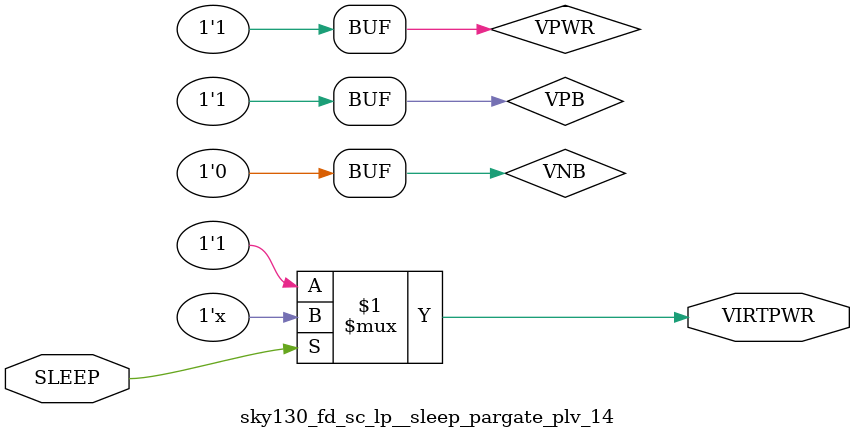
<source format=v>
/*
 * Copyright 2020 The SkyWater PDK Authors
 *
 * Licensed under the Apache License, Version 2.0 (the "License");
 * you may not use this file except in compliance with the License.
 * You may obtain a copy of the License at
 *
 *     https://www.apache.org/licenses/LICENSE-2.0
 *
 * Unless required by applicable law or agreed to in writing, software
 * distributed under the License is distributed on an "AS IS" BASIS,
 * WITHOUT WARRANTIES OR CONDITIONS OF ANY KIND, either express or implied.
 * See the License for the specific language governing permissions and
 * limitations under the License.
 *
 * SPDX-License-Identifier: Apache-2.0
*/


`ifndef SKY130_FD_SC_LP__SLEEP_PARGATE_PLV_14_TIMING_V
`define SKY130_FD_SC_LP__SLEEP_PARGATE_PLV_14_TIMING_V

/**
 * sleep_pargate_plv: ????.
 *
 * Verilog simulation timing model.
 */

`timescale 1ns / 1ps
`default_nettype none

`celldefine
module sky130_fd_sc_lp__sleep_pargate_plv_14 (
    VIRTPWR,
    SLEEP
);

    // Module ports
    output VIRTPWR;
    input  SLEEP  ;

    // Module supplies
    supply1 VPWR;
    supply1 VPB ;
    supply0 VNB ;

    // Local signals
    wire vgnd;

    //       Name       Output   Other arguments
    pulldown pulldown0 (vgnd   );
    bufif0   bufif00   (VIRTPWR, VPWR, SLEEP    );

specify
(SLEEP => VIRTPWR) = (0:0:0,0:0:0,0:0:0,0:0:0,0:0:0,0:0:0);
endspecify
endmodule
`endcelldefine

`default_nettype wire
`endif  // SKY130_FD_SC_LP__SLEEP_PARGATE_PLV_14_TIMING_V

</source>
